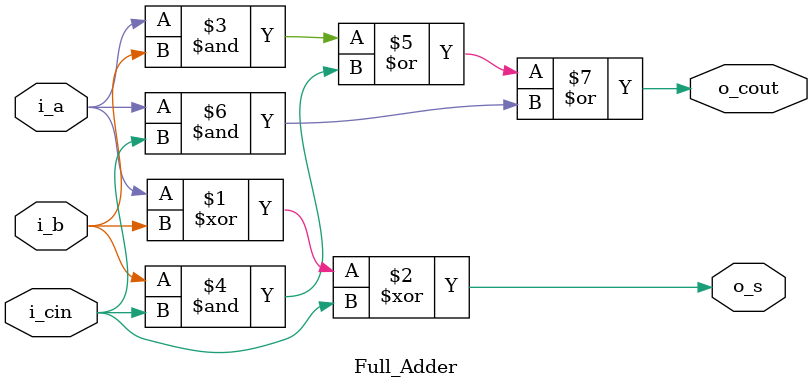
<source format=sv>
`ifndef ADDER_SV
`define ADDER_SV

module Full_Adder(
    input logic i_cin,
    input logic i_a,
    input logic i_b,
    output logic o_s,
    output logic o_cout
);

assign o_s = i_a^i_b^i_cin;
assign o_cout = ((i_a&i_b) | (i_b&i_cin) | (i_a&i_cin));

endmodule

`endif
</source>
